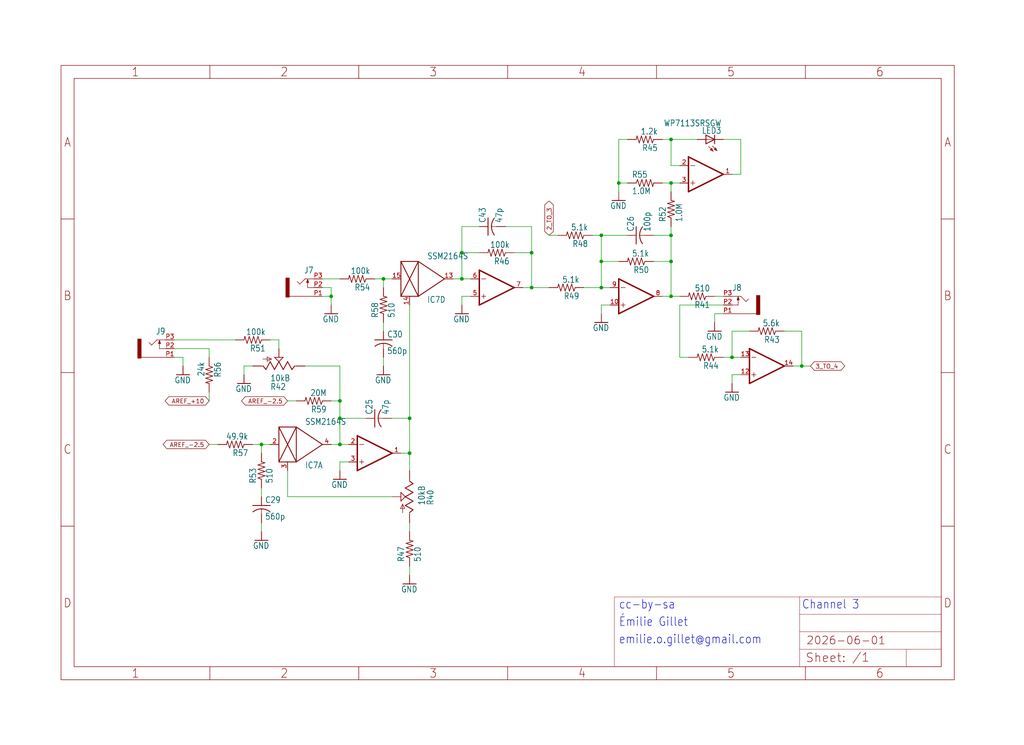
<source format=kicad_sch>
(kicad_sch (version 20230121) (generator eeschema)
  (paper "User" 298.45 217.17)
  (lib_symbols
    (symbol "veils_v40-eagle-import:A4L-LOC"
      (symbol "A4L-LOC_1_0"
        (polyline (pts (xy 0 44.7675) (xy 3.81 44.7675)))
        (polyline (pts (xy 0 89.535) (xy 3.81 89.535)))
        (polyline (pts (xy 0 134.3025) (xy 3.81 134.3025)))
        (polyline (pts (xy 3.81 3.81) (xy 3.81 175.26)))
        (polyline (pts (xy 43.3917 0) (xy 43.3917 3.81)))
        (polyline (pts (xy 43.3917 175.26) (xy 43.3917 179.07)))
        (polyline (pts (xy 86.7833 0) (xy 86.7833 3.81)))
        (polyline (pts (xy 86.7833 175.26) (xy 86.7833 179.07)))
        (polyline (pts (xy 130.175 0) (xy 130.175 3.81)))
        (polyline (pts (xy 130.175 175.26) (xy 130.175 179.07)))
        (polyline (pts (xy 161.29 3.81) (xy 161.29 24.13)) (stroke (width 0.1016)))
        (polyline (pts (xy 161.29 24.13) (xy 215.265 24.13)) (stroke (width 0.1016)))
        (polyline (pts (xy 173.5667 0) (xy 173.5667 3.81)))
        (polyline (pts (xy 173.5667 175.26) (xy 173.5667 179.07)))
        (polyline (pts (xy 215.265 8.89) (xy 215.265 3.81)) (stroke (width 0.1016)))
        (polyline (pts (xy 215.265 8.89) (xy 215.265 13.97)) (stroke (width 0.1016)))
        (polyline (pts (xy 215.265 13.97) (xy 215.265 19.05)) (stroke (width 0.1016)))
        (polyline (pts (xy 215.265 13.97) (xy 256.54 13.97)) (stroke (width 0.1016)))
        (polyline (pts (xy 215.265 19.05) (xy 215.265 24.13)) (stroke (width 0.1016)))
        (polyline (pts (xy 215.265 19.05) (xy 256.54 19.05)) (stroke (width 0.1016)))
        (polyline (pts (xy 215.265 24.13) (xy 256.54 24.13)) (stroke (width 0.1016)))
        (polyline (pts (xy 216.9583 0) (xy 216.9583 3.81)))
        (polyline (pts (xy 216.9583 175.26) (xy 216.9583 179.07)))
        (polyline (pts (xy 246.38 3.81) (xy 246.38 8.89)) (stroke (width 0.1016)))
        (polyline (pts (xy 246.38 8.89) (xy 215.265 8.89)) (stroke (width 0.1016)))
        (polyline (pts (xy 246.38 8.89) (xy 256.54 8.89)) (stroke (width 0.1016)))
        (polyline (pts (xy 256.54 3.81) (xy 3.81 3.81)))
        (polyline (pts (xy 256.54 3.81) (xy 256.54 8.89)) (stroke (width 0.1016)))
        (polyline (pts (xy 256.54 3.81) (xy 256.54 175.26)))
        (polyline (pts (xy 256.54 8.89) (xy 256.54 13.97)) (stroke (width 0.1016)))
        (polyline (pts (xy 256.54 13.97) (xy 256.54 19.05)) (stroke (width 0.1016)))
        (polyline (pts (xy 256.54 19.05) (xy 256.54 24.13)) (stroke (width 0.1016)))
        (polyline (pts (xy 256.54 44.7675) (xy 260.35 44.7675)))
        (polyline (pts (xy 256.54 89.535) (xy 260.35 89.535)))
        (polyline (pts (xy 256.54 134.3025) (xy 260.35 134.3025)))
        (polyline (pts (xy 256.54 175.26) (xy 3.81 175.26)))
        (polyline (pts (xy 0 0) (xy 260.35 0) (xy 260.35 179.07) (xy 0 179.07) (xy 0 0)))
        (text "${#}/${##}" (at 230.505 5.08 0) (effects (font (size 2.54 2.54)) (justify left bottom)))
        (text "${CURRENT_DATE}" (at 217.17 10.16 0) (effects (font (size 2.286 2.286)) (justify left bottom)))
        (text "${PROJECTNAME}" (at 217.17 15.24 0) (effects (font (size 2.54 2.54)) (justify left bottom)))
        (text "1" (at 21.6958 1.905 0) (effects (font (size 2.54 2.286))))
        (text "1" (at 21.6958 177.165 0) (effects (font (size 2.54 2.286))))
        (text "2" (at 65.0875 1.905 0) (effects (font (size 2.54 2.286))))
        (text "2" (at 65.0875 177.165 0) (effects (font (size 2.54 2.286))))
        (text "3" (at 108.4792 1.905 0) (effects (font (size 2.54 2.286))))
        (text "3" (at 108.4792 177.165 0) (effects (font (size 2.54 2.286))))
        (text "4" (at 151.8708 1.905 0) (effects (font (size 2.54 2.286))))
        (text "4" (at 151.8708 177.165 0) (effects (font (size 2.54 2.286))))
        (text "5" (at 195.2625 1.905 0) (effects (font (size 2.54 2.286))))
        (text "5" (at 195.2625 177.165 0) (effects (font (size 2.54 2.286))))
        (text "6" (at 238.6542 1.905 0) (effects (font (size 2.54 2.286))))
        (text "6" (at 238.6542 177.165 0) (effects (font (size 2.54 2.286))))
        (text "A" (at 1.905 156.6863 0) (effects (font (size 2.54 2.286))))
        (text "A" (at 258.445 156.6863 0) (effects (font (size 2.54 2.286))))
        (text "B" (at 1.905 111.9188 0) (effects (font (size 2.54 2.286))))
        (text "B" (at 258.445 111.9188 0) (effects (font (size 2.54 2.286))))
        (text "C" (at 1.905 67.1513 0) (effects (font (size 2.54 2.286))))
        (text "C" (at 258.445 67.1513 0) (effects (font (size 2.54 2.286))))
        (text "D" (at 1.905 22.3838 0) (effects (font (size 2.54 2.286))))
        (text "D" (at 258.445 22.3838 0) (effects (font (size 2.54 2.286))))
        (text "Sheet:" (at 216.916 4.953 0) (effects (font (size 2.54 2.54)) (justify left bottom)))
      )
    )
    (symbol "veils_v40-eagle-import:C-USC0402"
      (property "Reference" "C" (at 1.016 0.635 0))
      (symbol "C-USC0402_1_0"
        (arc (start 0 -1.0161) (mid -1.302 -1.2303) (end -2.4668 -1.8504) (stroke (width 0.254)))
        (polyline (pts (xy -2.54 0) (xy 2.54 0)) (stroke (width 0.254)))
        (polyline (pts (xy 0 -1.016) (xy 0 -2.54)) (stroke (width 0.1524)))
        (arc (start 2.4892 -1.8541) (mid 1.3158 -1.2194) (end 0 -1) (stroke (width 0.254)))
        (pin passive line (at 0 2.54 270) (length 2.54) (name "1") (number "1"))
        (pin passive line (at 0 -5.08 90) (length 2.54) (name "2") (number "2"))
      )
    )
    (symbol "veils_v40-eagle-import:GND" (power)
      (property "Value" "GND" (at -2.54 -2.54 0))
      (symbol "GND_1_0"
        (polyline (pts (xy -1.905 0) (xy 1.905 0)) (stroke (width 0.254)))
        (pin power_in line (at 0 2.54 270) (length 2.54) (name "GND") (number "1"))
      )
    )
    (symbol "veils_v40-eagle-import:LED5MM"
      (property "Reference" "LED" (at 3.556 -4.572 90))
      (symbol "LED5MM_1_0"
        (polyline (pts (xy -2.032 -0.762) (xy -3.429 -2.159)) (stroke (width 0.1524)))
        (polyline (pts (xy -1.905 -1.905) (xy -3.302 -3.302)) (stroke (width 0.1524)))
        (polyline (pts (xy 0 -2.54) (xy -1.27 -2.54)) (stroke (width 0.254)))
        (polyline (pts (xy 0 -2.54) (xy -1.27 0)) (stroke (width 0.254)))
        (polyline (pts (xy 0 0) (xy -1.27 0)) (stroke (width 0.254)))
        (polyline (pts (xy 0 0) (xy 0 -2.54)) (stroke (width 0.1524)))
        (polyline (pts (xy 1.27 -2.54) (xy 0 -2.54)) (stroke (width 0.254)))
        (polyline (pts (xy 1.27 0) (xy 0 -2.54)) (stroke (width 0.254)))
        (polyline (pts (xy 1.27 0) (xy 0 0)) (stroke (width 0.254)))
        (polyline (pts (xy -3.429 -2.159) (xy -3.048 -1.27) (xy -2.54 -1.778)) (stroke (width 0.1524)) (fill (type outline)))
        (polyline (pts (xy -3.302 -3.302) (xy -2.921 -2.413) (xy -2.413 -2.921)) (stroke (width 0.1524)) (fill (type outline)))
        (pin passive line (at 0 2.54 270) (length 2.54) (name "A") (number "A"))
        (pin passive line (at 0 -5.08 90) (length 2.54) (name "C") (number "K"))
      )
    )
    (symbol "veils_v40-eagle-import:PJ301_THONKICONN6"
      (property "Reference" "J" (at -2.54 4.064 0))
      (symbol "PJ301_THONKICONN6_1_0"
        (polyline (pts (xy -2.54 -2.54) (xy 4.572 -2.54)) (stroke (width 0.1524)))
        (polyline (pts (xy -2.54 0) (xy -0.762 0)) (stroke (width 0.1524)))
        (polyline (pts (xy -2.54 2.54) (xy 0 2.54)) (stroke (width 0.1524)))
        (polyline (pts (xy -1.016 1.524) (xy -0.508 1.524)) (stroke (width 0.254)))
        (polyline (pts (xy -0.762 0) (xy -0.762 2.286)) (stroke (width 0.1524)))
        (polyline (pts (xy -0.762 2.286) (xy -1.016 1.524)) (stroke (width 0.254)))
        (polyline (pts (xy -0.508 1.524) (xy -0.762 2.286)) (stroke (width 0.254)))
        (polyline (pts (xy 0 2.54) (xy 1.524 1.016)) (stroke (width 0.1524)))
        (polyline (pts (xy 1.524 1.016) (xy 2.286 1.778)) (stroke (width 0.1524)))
        (rectangle (start 4.572 2.794) (end 5.588 -2.794) (fill (type outline)))
        (pin passive line (at -5.08 -2.54 0) (length 2.54) (name "1") (number "P1"))
        (pin passive line (at -5.08 0 0) (length 2.54) (name "2") (number "P2"))
        (pin passive line (at -5.08 2.54 0) (length 2.54) (name "3") (number "P3"))
      )
    )
    (symbol "veils_v40-eagle-import:POT_USVERTICAL_PS"
      (property "Reference" "R" (at -5.08 -2.54 90))
      (symbol "POT_USVERTICAL_PS_1_0"
        (polyline (pts (xy -1.016 -3.81) (xy 1.27 -2.54)) (stroke (width 0.254)))
        (polyline (pts (xy -1.016 -1.27) (xy 1.27 0)) (stroke (width 0.254)))
        (polyline (pts (xy -1.016 1.27) (xy 1.27 2.54)) (stroke (width 0.254)))
        (polyline (pts (xy -1.016 3.81) (xy 0 4.572)) (stroke (width 0.254)))
        (polyline (pts (xy 0 -5.08) (xy 0 -4.572)) (stroke (width 0.1524)))
        (polyline (pts (xy 0 -4.572) (xy -1.016 -3.81)) (stroke (width 0.254)))
        (polyline (pts (xy 0 4.572) (xy 0 5.08)) (stroke (width 0.1524)))
        (polyline (pts (xy 1.27 -2.54) (xy -1.016 -1.27)) (stroke (width 0.254)))
        (polyline (pts (xy 1.27 0) (xy -1.016 1.27)) (stroke (width 0.254)))
        (polyline (pts (xy 1.27 0) (xy 2.54 1.27)) (stroke (width 0.2032)))
        (polyline (pts (xy 1.27 2.54) (xy -1.016 3.81)) (stroke (width 0.254)))
        (polyline (pts (xy 1.397 -3.429) (xy 2.032 -2.159)) (stroke (width 0.1524)))
        (polyline (pts (xy 2.032 -4.699) (xy 2.032 -2.159)) (stroke (width 0.1524)))
        (polyline (pts (xy 2.032 -2.159) (xy 2.667 -3.429)) (stroke (width 0.1524)))
        (polyline (pts (xy 2.54 -1.27) (xy 1.27 0)) (stroke (width 0.2032)))
        (polyline (pts (xy 2.54 1.27) (xy 2.54 -1.27)) (stroke (width 0.2032)))
        (polyline (pts (xy 2.667 -3.429) (xy 1.397 -3.429)) (stroke (width 0.1524)))
        (pin passive line (at 0 7.62 270) (length 2.54) (name "E") (number "P$1"))
        (pin passive line (at 5.08 0 180) (length 2.54) (name "S") (number "P$2"))
        (pin passive line (at 0 -7.62 90) (length 2.54) (name "A") (number "P$3"))
      )
    )
    (symbol "veils_v40-eagle-import:R-US_R0402"
      (property "Reference" "R" (at -3.81 1.4986 0))
      (symbol "R-US_R0402_1_0"
        (polyline (pts (xy -2.54 0) (xy -2.159 1.016)) (stroke (width 0.2032)))
        (polyline (pts (xy -2.159 1.016) (xy -1.524 -1.016)) (stroke (width 0.2032)))
        (polyline (pts (xy -1.524 -1.016) (xy -0.889 1.016)) (stroke (width 0.2032)))
        (polyline (pts (xy -0.889 1.016) (xy -0.254 -1.016)) (stroke (width 0.2032)))
        (polyline (pts (xy -0.254 -1.016) (xy 0.381 1.016)) (stroke (width 0.2032)))
        (polyline (pts (xy 0.381 1.016) (xy 1.016 -1.016)) (stroke (width 0.2032)))
        (polyline (pts (xy 1.016 -1.016) (xy 1.651 1.016)) (stroke (width 0.2032)))
        (polyline (pts (xy 1.651 1.016) (xy 2.286 -1.016)) (stroke (width 0.2032)))
        (polyline (pts (xy 2.286 -1.016) (xy 2.54 0)) (stroke (width 0.2032)))
        (pin passive line (at -5.08 0 0) (length 2.54) (name "1") (number "1"))
        (pin passive line (at 5.08 0 180) (length 2.54) (name "2") (number "2"))
      )
    )
    (symbol "veils_v40-eagle-import:SSM2164S"
      (property "Reference" "IC" (at 5.08 -12.7 0))
      (symbol "SSM2164S_1_0"
        (polyline (pts (xy -2.54 -5.08) (xy 2.54 -5.08)) (stroke (width 0.254)))
        (polyline (pts (xy -2.54 -5.08) (xy 2.54 5.08)) (stroke (width 0.254)))
        (polyline (pts (xy -2.54 5.08) (xy -2.54 -5.08)) (stroke (width 0.254)))
        (polyline (pts (xy -2.54 5.08) (xy 2.54 -5.08)) (stroke (width 0.254)))
        (polyline (pts (xy 2.54 -5.08) (xy 2.54 5.08)) (stroke (width 0.254)))
        (polyline (pts (xy 2.54 5.08) (xy -2.54 5.08)) (stroke (width 0.254)))
        (polyline (pts (xy 2.54 5.08) (xy 10.16 0)) (stroke (width 0.254)))
        (polyline (pts (xy 10.16 0) (xy 2.54 -5.08)) (stroke (width 0.254)))
        (pin input line (at -5.08 0 0) (length 2.54) (name "IN") (number "2"))
        (pin input line (at 0 7.62 270) (length 2.54) (name "CTRL") (number "3"))
        (pin output line (at 12.7 0 180) (length 2.54) (name "OUT") (number "4"))
      )
      (symbol "SSM2164S_2_0"
        (polyline (pts (xy -2.54 -5.08) (xy 2.54 -5.08)) (stroke (width 0.254)))
        (polyline (pts (xy -2.54 -5.08) (xy 2.54 5.08)) (stroke (width 0.254)))
        (polyline (pts (xy -2.54 5.08) (xy -2.54 -5.08)) (stroke (width 0.254)))
        (polyline (pts (xy -2.54 5.08) (xy 2.54 -5.08)) (stroke (width 0.254)))
        (polyline (pts (xy 2.54 -5.08) (xy 2.54 5.08)) (stroke (width 0.254)))
        (polyline (pts (xy 2.54 5.08) (xy -2.54 5.08)) (stroke (width 0.254)))
        (polyline (pts (xy 2.54 5.08) (xy 10.16 0)) (stroke (width 0.254)))
        (polyline (pts (xy 10.16 0) (xy 2.54 -5.08)) (stroke (width 0.254)))
        (pin output line (at 12.7 0 180) (length 2.54) (name "OUT") (number "5"))
        (pin input line (at 0 7.62 270) (length 2.54) (name "CTRL") (number "6"))
        (pin input line (at -5.08 0 0) (length 2.54) (name "IN") (number "7"))
      )
      (symbol "SSM2164S_3_0"
        (polyline (pts (xy -2.54 -5.08) (xy 2.54 -5.08)) (stroke (width 0.254)))
        (polyline (pts (xy -2.54 -5.08) (xy 2.54 5.08)) (stroke (width 0.254)))
        (polyline (pts (xy -2.54 5.08) (xy -2.54 -5.08)) (stroke (width 0.254)))
        (polyline (pts (xy -2.54 5.08) (xy 2.54 -5.08)) (stroke (width 0.254)))
        (polyline (pts (xy 2.54 -5.08) (xy 2.54 5.08)) (stroke (width 0.254)))
        (polyline (pts (xy 2.54 5.08) (xy -2.54 5.08)) (stroke (width 0.254)))
        (polyline (pts (xy 2.54 5.08) (xy 10.16 0)) (stroke (width 0.254)))
        (polyline (pts (xy 10.16 0) (xy 2.54 -5.08)) (stroke (width 0.254)))
        (pin input line (at -5.08 0 0) (length 2.54) (name "IN") (number "10"))
        (pin input line (at 0 7.62 270) (length 2.54) (name "CTRL") (number "11"))
        (pin output line (at 12.7 0 180) (length 2.54) (name "OUT") (number "12"))
      )
      (symbol "SSM2164S_4_0"
        (polyline (pts (xy -2.54 -5.08) (xy 2.54 -5.08)) (stroke (width 0.254)))
        (polyline (pts (xy -2.54 -5.08) (xy 2.54 5.08)) (stroke (width 0.254)))
        (polyline (pts (xy -2.54 5.08) (xy -2.54 -5.08)) (stroke (width 0.254)))
        (polyline (pts (xy -2.54 5.08) (xy 2.54 -5.08)) (stroke (width 0.254)))
        (polyline (pts (xy 2.54 -5.08) (xy 2.54 5.08)) (stroke (width 0.254)))
        (polyline (pts (xy 2.54 5.08) (xy -2.54 5.08)) (stroke (width 0.254)))
        (polyline (pts (xy 2.54 5.08) (xy 10.16 0)) (stroke (width 0.254)))
        (polyline (pts (xy 10.16 0) (xy 2.54 -5.08)) (stroke (width 0.254)))
        (pin output line (at 12.7 0 180) (length 2.54) (name "OUT") (number "13"))
        (pin input line (at 0 7.62 270) (length 2.54) (name "CTRL") (number "14"))
        (pin input line (at -5.08 0 0) (length 2.54) (name "IN") (number "15"))
      )
      (symbol "SSM2164S_5_0"
        (polyline (pts (xy -5.08 -10.16) (xy -5.08 5.08)) (stroke (width 0.254)))
        (polyline (pts (xy -5.08 5.08) (xy 5.08 5.08)) (stroke (width 0.254)))
        (polyline (pts (xy 5.08 -10.16) (xy -5.08 -10.16)) (stroke (width 0.254)))
        (polyline (pts (xy 5.08 5.08) (xy 5.08 -10.16)) (stroke (width 0.254)))
        (text "GND" (at -1.016 -5.842 0) (effects (font (size 1.778 1.5113)) (justify left bottom)))
        (text "MODE" (at -3.048 -1.016 0) (effects (font (size 1.778 1.5113)) (justify left bottom)))
        (text "V+" (at -1.524 2.54 0) (effects (font (size 1.778 1.5113)) (justify left bottom)))
        (text "V-" (at -1.524 -9.652 0) (effects (font (size 1.778 1.5113)) (justify left bottom)))
        (pin input line (at 7.62 0 180) (length 2.54) (name "MODE") (number "1"))
        (pin power_in line (at 0 7.62 270) (length 2.54) (name "V+") (number "16"))
        (pin power_in line (at 7.62 -5.08 180) (length 2.54) (name "GND") (number "8"))
        (pin power_in line (at 0 -12.7 90) (length 2.54) (name "V-") (number "9"))
      )
    )
    (symbol "veils_v40-eagle-import:TL072PW"
      (symbol "TL072PW_1_0"
        (polyline (pts (xy -5.08 -5.08) (xy 5.08 0)) (stroke (width 0.4064)))
        (polyline (pts (xy -5.08 5.08) (xy -5.08 -5.08)) (stroke (width 0.4064)))
        (polyline (pts (xy -4.445 -2.54) (xy -3.175 -2.54)) (stroke (width 0.1524)))
        (polyline (pts (xy -4.445 2.54) (xy -3.175 2.54)) (stroke (width 0.1524)))
        (polyline (pts (xy -3.81 3.175) (xy -3.81 1.905)) (stroke (width 0.1524)))
        (polyline (pts (xy 5.08 0) (xy -5.08 5.08)) (stroke (width 0.4064)))
        (pin output line (at 7.62 0 180) (length 2.54) (name "OUT") (number "1"))
        (pin input line (at -7.62 -2.54 0) (length 2.54) (name "-IN") (number "2"))
        (pin input line (at -7.62 2.54 0) (length 2.54) (name "+IN") (number "3"))
      )
      (symbol "TL072PW_2_0"
        (polyline (pts (xy -5.08 -5.08) (xy 5.08 0)) (stroke (width 0.4064)))
        (polyline (pts (xy -5.08 5.08) (xy -5.08 -5.08)) (stroke (width 0.4064)))
        (polyline (pts (xy -4.445 -2.54) (xy -3.175 -2.54)) (stroke (width 0.1524)))
        (polyline (pts (xy -4.445 2.54) (xy -3.175 2.54)) (stroke (width 0.1524)))
        (polyline (pts (xy -3.81 3.175) (xy -3.81 1.905)) (stroke (width 0.1524)))
        (polyline (pts (xy 5.08 0) (xy -5.08 5.08)) (stroke (width 0.4064)))
        (pin input line (at -7.62 2.54 0) (length 2.54) (name "+IN") (number "5"))
        (pin input line (at -7.62 -2.54 0) (length 2.54) (name "-IN") (number "6"))
        (pin output line (at 7.62 0 180) (length 2.54) (name "OUT") (number "7"))
      )
      (symbol "TL072PW_3_0"
        (text "V+" (at 1.27 3.175 900) (effects (font (size 0.8128 0.6908)) (justify left bottom)))
        (text "V-" (at 1.27 -4.445 900) (effects (font (size 0.8128 0.6908)) (justify left bottom)))
        (pin power_in line (at 0 -7.62 90) (length 5.08) (name "V-") (number "4"))
        (pin power_in line (at 0 7.62 270) (length 5.08) (name "V+") (number "8"))
      )
    )
    (symbol "veils_v40-eagle-import:TL074PW"
      (symbol "TL074PW_1_0"
        (polyline (pts (xy -5.08 -5.08) (xy 5.08 0)) (stroke (width 0.4064)))
        (polyline (pts (xy -5.08 5.08) (xy -5.08 -5.08)) (stroke (width 0.4064)))
        (polyline (pts (xy -4.445 -2.54) (xy -3.175 -2.54)) (stroke (width 0.1524)))
        (polyline (pts (xy -4.445 2.54) (xy -3.175 2.54)) (stroke (width 0.1524)))
        (polyline (pts (xy -3.81 3.175) (xy -3.81 1.905)) (stroke (width 0.1524)))
        (polyline (pts (xy 5.08 0) (xy -5.08 5.08)) (stroke (width 0.4064)))
        (pin output line (at 7.62 0 180) (length 2.54) (name "OUT") (number "1"))
        (pin input line (at -7.62 -2.54 0) (length 2.54) (name "-IN") (number "2"))
        (pin input line (at -7.62 2.54 0) (length 2.54) (name "+IN") (number "3"))
      )
      (symbol "TL074PW_2_0"
        (polyline (pts (xy -5.08 -5.08) (xy 5.08 0)) (stroke (width 0.4064)))
        (polyline (pts (xy -5.08 5.08) (xy -5.08 -5.08)) (stroke (width 0.4064)))
        (polyline (pts (xy -4.445 -2.54) (xy -3.175 -2.54)) (stroke (width 0.1524)))
        (polyline (pts (xy -4.445 2.54) (xy -3.175 2.54)) (stroke (width 0.1524)))
        (polyline (pts (xy -3.81 3.175) (xy -3.81 1.905)) (stroke (width 0.1524)))
        (polyline (pts (xy 5.08 0) (xy -5.08 5.08)) (stroke (width 0.4064)))
        (pin input line (at -7.62 2.54 0) (length 2.54) (name "+IN") (number "5"))
        (pin input line (at -7.62 -2.54 0) (length 2.54) (name "-IN") (number "6"))
        (pin output line (at 7.62 0 180) (length 2.54) (name "OUT") (number "7"))
      )
      (symbol "TL074PW_3_0"
        (polyline (pts (xy -5.08 -5.08) (xy 5.08 0)) (stroke (width 0.4064)))
        (polyline (pts (xy -5.08 5.08) (xy -5.08 -5.08)) (stroke (width 0.4064)))
        (polyline (pts (xy -4.445 -2.54) (xy -3.175 -2.54)) (stroke (width 0.1524)))
        (polyline (pts (xy -4.445 2.54) (xy -3.175 2.54)) (stroke (width 0.1524)))
        (polyline (pts (xy -3.81 3.175) (xy -3.81 1.905)) (stroke (width 0.1524)))
        (polyline (pts (xy 5.08 0) (xy -5.08 5.08)) (stroke (width 0.4064)))
        (pin input line (at -7.62 2.54 0) (length 2.54) (name "+IN") (number "10"))
        (pin output line (at 7.62 0 180) (length 2.54) (name "OUT") (number "8"))
        (pin input line (at -7.62 -2.54 0) (length 2.54) (name "-IN") (number "9"))
      )
      (symbol "TL074PW_4_0"
        (polyline (pts (xy -5.08 -5.08) (xy 5.08 0)) (stroke (width 0.4064)))
        (polyline (pts (xy -5.08 5.08) (xy -5.08 -5.08)) (stroke (width 0.4064)))
        (polyline (pts (xy -4.445 -2.54) (xy -3.175 -2.54)) (stroke (width 0.1524)))
        (polyline (pts (xy -4.445 2.54) (xy -3.175 2.54)) (stroke (width 0.1524)))
        (polyline (pts (xy -3.81 3.175) (xy -3.81 1.905)) (stroke (width 0.1524)))
        (polyline (pts (xy 5.08 0) (xy -5.08 5.08)) (stroke (width 0.4064)))
        (pin input line (at -7.62 2.54 0) (length 2.54) (name "+IN") (number "12"))
        (pin input line (at -7.62 -2.54 0) (length 2.54) (name "-IN") (number "13"))
        (pin output line (at 7.62 0 180) (length 2.54) (name "OUT") (number "14"))
      )
      (symbol "TL074PW_5_0"
        (text "V+" (at 1.27 3.175 900) (effects (font (size 0.8128 0.6908)) (justify left bottom)))
        (text "V-" (at 1.27 -4.445 900) (effects (font (size 0.8128 0.6908)) (justify left bottom)))
        (pin power_in line (at 0 -7.62 90) (length 5.08) (name "V-") (number "11"))
        (pin power_in line (at 0 7.62 270) (length 5.08) (name "V+") (number "4"))
      )
    )
    (symbol "veils_v40-eagle-import:og-pots_POT_USVERTICAL"
      (property "Reference" "R" (at -5.08 -2.54 90))
      (symbol "og-pots_POT_USVERTICAL_1_0"
        (polyline (pts (xy -1.016 -3.81) (xy 1.27 -2.54)) (stroke (width 0.254)))
        (polyline (pts (xy -1.016 -1.27) (xy 1.27 0)) (stroke (width 0.254)))
        (polyline (pts (xy -1.016 1.27) (xy 1.27 2.54)) (stroke (width 0.254)))
        (polyline (pts (xy -1.016 3.81) (xy 0 4.572)) (stroke (width 0.254)))
        (polyline (pts (xy 0 -5.08) (xy 0 -4.572)) (stroke (width 0.1524)))
        (polyline (pts (xy 0 -4.572) (xy -1.016 -3.81)) (stroke (width 0.254)))
        (polyline (pts (xy 0 4.572) (xy 0 5.08)) (stroke (width 0.1524)))
        (polyline (pts (xy 1.27 -2.54) (xy -1.016 -1.27)) (stroke (width 0.254)))
        (polyline (pts (xy 1.27 0) (xy -1.016 1.27)) (stroke (width 0.254)))
        (polyline (pts (xy 1.27 0) (xy 2.54 1.27)) (stroke (width 0.2032)))
        (polyline (pts (xy 1.27 2.54) (xy -1.016 3.81)) (stroke (width 0.254)))
        (polyline (pts (xy 1.397 -3.429) (xy 2.032 -2.159)) (stroke (width 0.1524)))
        (polyline (pts (xy 2.032 -4.699) (xy 2.032 -2.159)) (stroke (width 0.1524)))
        (polyline (pts (xy 2.032 -2.159) (xy 2.667 -3.429)) (stroke (width 0.1524)))
        (polyline (pts (xy 2.54 -1.27) (xy 1.27 0)) (stroke (width 0.2032)))
        (polyline (pts (xy 2.54 1.27) (xy 2.54 -1.27)) (stroke (width 0.2032)))
        (polyline (pts (xy 2.667 -3.429) (xy 1.397 -3.429)) (stroke (width 0.1524)))
        (pin passive line (at 0 7.62 270) (length 2.54) (name "E") (number "P$1"))
        (pin passive line (at 5.08 0 180) (length 2.54) (name "S") (number "P$2"))
        (pin passive line (at 0 -7.62 90) (length 2.54) (name "A") (number "P$3"))
      )
    )
  )
  (junction (at 154.94 73.66))
  (junction (at 195.58 53.34))
  (junction (at 195.58 68.58))
  (junction (at 233.68 106.68))
  (junction (at 195.58 76.2))
  (junction (at 99.06 116.84))
  (junction (at 99.06 121.92))
  (junction (at 213.36 104.14))
  (junction (at 180.34 53.34))
  (junction (at 76.2 129.54))
  (junction (at 96.52 86.36))
  (junction (at 111.76 81.28))
  (junction (at 119.38 132.08))
  (junction (at 154.94 83.82))
  (junction (at 175.26 76.2))
  (junction (at 175.26 68.58))
  (junction (at 175.26 83.82))
  (junction (at 134.62 81.28))
  (junction (at 99.06 129.54))
  (junction (at 119.38 121.92))
  (junction (at 195.58 40.64))
  (junction (at 134.62 73.66))
  (junction (at 195.58 86.36))
  (wire (pts (xy 182.88 40.64) (xy 180.34 40.64)) (stroke (width 0.1524)))
  (wire (pts (xy 63.5 129.54) (xy 60.96 129.54)) (stroke (width 0.1524)))
  (wire (pts (xy 170.18 83.82) (xy 175.26 83.82)) (stroke (width 0.1524)))
  (wire (pts (xy 177.8 88.9) (xy 175.26 88.9)) (stroke (width 0.1524)))
  (wire (pts (xy 76.2 152.4) (xy 76.2 154.94)) (stroke (width 0.1524)))
  (wire (pts (xy 195.58 53.34) (xy 198.12 53.34)) (stroke (width 0.1524)))
  (wire (pts (xy 195.58 86.36) (xy 193.04 86.36)) (stroke (width 0.1524)))
  (wire (pts (xy 73.66 129.54) (xy 76.2 129.54)) (stroke (width 0.1524)))
  (wire (pts (xy 132.08 81.28) (xy 134.62 81.28)) (stroke (width 0.1524)))
  (wire (pts (xy 154.94 73.66) (xy 154.94 66.04)) (stroke (width 0.1524)))
  (wire (pts (xy 50.8 104.14) (xy 53.34 104.14)) (stroke (width 0.1524)))
  (wire (pts (xy 175.26 76.2) (xy 175.26 68.58)) (stroke (width 0.1524)))
  (wire (pts (xy 93.98 81.28) (xy 99.06 81.28)) (stroke (width 0.1524)))
  (wire (pts (xy 162.56 68.58) (xy 160.02 68.58)) (stroke (width 0.1524)))
  (wire (pts (xy 88.9 106.68) (xy 99.06 106.68)) (stroke (width 0.1524)))
  (wire (pts (xy 180.34 40.64) (xy 180.34 53.34)) (stroke (width 0.1524)))
  (wire (pts (xy 134.62 86.36) (xy 137.16 86.36)) (stroke (width 0.1524)))
  (wire (pts (xy 76.2 129.54) (xy 78.74 129.54)) (stroke (width 0.1524)))
  (wire (pts (xy 215.9 104.14) (xy 213.36 104.14)) (stroke (width 0.1524)))
  (wire (pts (xy 233.68 106.68) (xy 231.14 106.68)) (stroke (width 0.1524)))
  (wire (pts (xy 203.2 40.64) (xy 195.58 40.64)) (stroke (width 0.1524)))
  (wire (pts (xy 83.82 144.78) (xy 114.3 144.78)) (stroke (width 0.1524)))
  (wire (pts (xy 119.38 137.16) (xy 119.38 132.08)) (stroke (width 0.1524)))
  (wire (pts (xy 99.06 134.62) (xy 99.06 137.16)) (stroke (width 0.1524)))
  (wire (pts (xy 198.12 48.26) (xy 195.58 48.26)) (stroke (width 0.1524)))
  (wire (pts (xy 208.28 86.36) (xy 210.82 86.36)) (stroke (width 0.1524)))
  (wire (pts (xy 134.62 81.28) (xy 137.16 81.28)) (stroke (width 0.1524)))
  (wire (pts (xy 210.82 91.44) (xy 208.28 91.44)) (stroke (width 0.1524)))
  (wire (pts (xy 228.6 96.52) (xy 233.68 96.52)) (stroke (width 0.1524)))
  (wire (pts (xy 193.04 53.34) (xy 195.58 53.34)) (stroke (width 0.1524)))
  (wire (pts (xy 76.2 144.78) (xy 76.2 142.24)) (stroke (width 0.1524)))
  (wire (pts (xy 99.06 106.68) (xy 99.06 116.84)) (stroke (width 0.1524)))
  (wire (pts (xy 134.62 73.66) (xy 134.62 81.28)) (stroke (width 0.1524)))
  (wire (pts (xy 180.34 76.2) (xy 175.26 76.2)) (stroke (width 0.1524)))
  (wire (pts (xy 50.8 101.6) (xy 60.96 101.6)) (stroke (width 0.1524)))
  (wire (pts (xy 99.06 129.54) (xy 101.6 129.54)) (stroke (width 0.1524)))
  (wire (pts (xy 96.52 129.54) (xy 99.06 129.54)) (stroke (width 0.1524)))
  (wire (pts (xy 175.26 83.82) (xy 177.8 83.82)) (stroke (width 0.1524)))
  (wire (pts (xy 96.52 86.36) (xy 96.52 88.9)) (stroke (width 0.1524)))
  (wire (pts (xy 180.34 53.34) (xy 180.34 55.88)) (stroke (width 0.1524)))
  (wire (pts (xy 233.68 106.68) (xy 236.22 106.68)) (stroke (width 0.1524)))
  (wire (pts (xy 119.38 121.92) (xy 119.38 88.9)) (stroke (width 0.1524)))
  (wire (pts (xy 111.76 81.28) (xy 111.76 83.82)) (stroke (width 0.1524)))
  (wire (pts (xy 106.68 121.92) (xy 99.06 121.92)) (stroke (width 0.1524)))
  (wire (pts (xy 195.58 86.36) (xy 195.58 76.2)) (stroke (width 0.1524)))
  (wire (pts (xy 53.34 104.14) (xy 53.34 106.68)) (stroke (width 0.1524)))
  (wire (pts (xy 213.36 104.14) (xy 210.82 104.14)) (stroke (width 0.1524)))
  (wire (pts (xy 213.36 50.8) (xy 215.9 50.8)) (stroke (width 0.1524)))
  (wire (pts (xy 73.66 106.68) (xy 71.12 106.68)) (stroke (width 0.1524)))
  (wire (pts (xy 213.36 96.52) (xy 213.36 104.14)) (stroke (width 0.1524)))
  (wire (pts (xy 147.32 66.04) (xy 154.94 66.04)) (stroke (width 0.1524)))
  (wire (pts (xy 119.38 132.08) (xy 116.84 132.08)) (stroke (width 0.1524)))
  (wire (pts (xy 76.2 129.54) (xy 76.2 132.08)) (stroke (width 0.1524)))
  (wire (pts (xy 111.76 104.14) (xy 111.76 106.68)) (stroke (width 0.1524)))
  (wire (pts (xy 149.86 73.66) (xy 154.94 73.66)) (stroke (width 0.1524)))
  (wire (pts (xy 193.04 40.64) (xy 195.58 40.64)) (stroke (width 0.1524)))
  (wire (pts (xy 119.38 121.92) (xy 119.38 132.08)) (stroke (width 0.1524)))
  (wire (pts (xy 99.06 129.54) (xy 99.06 121.92)) (stroke (width 0.1524)))
  (wire (pts (xy 99.06 116.84) (xy 99.06 121.92)) (stroke (width 0.1524)))
  (wire (pts (xy 101.6 134.62) (xy 99.06 134.62)) (stroke (width 0.1524)))
  (wire (pts (xy 175.26 88.9) (xy 175.26 91.44)) (stroke (width 0.1524)))
  (wire (pts (xy 81.28 99.06) (xy 81.28 101.6)) (stroke (width 0.1524)))
  (wire (pts (xy 215.9 50.8) (xy 215.9 40.64)) (stroke (width 0.1524)))
  (wire (pts (xy 182.88 53.34) (xy 180.34 53.34)) (stroke (width 0.1524)))
  (wire (pts (xy 119.38 165.1) (xy 119.38 167.64)) (stroke (width 0.1524)))
  (wire (pts (xy 86.36 116.84) (xy 83.82 116.84)) (stroke (width 0.1524)))
  (wire (pts (xy 96.52 83.82) (xy 96.52 86.36)) (stroke (width 0.1524)))
  (wire (pts (xy 60.96 101.6) (xy 60.96 104.14)) (stroke (width 0.1524)))
  (wire (pts (xy 195.58 53.34) (xy 195.58 55.88)) (stroke (width 0.1524)))
  (wire (pts (xy 50.8 99.06) (xy 68.58 99.06)) (stroke (width 0.1524)))
  (wire (pts (xy 152.4 83.82) (xy 154.94 83.82)) (stroke (width 0.1524)))
  (wire (pts (xy 195.58 76.2) (xy 195.58 68.58)) (stroke (width 0.1524)))
  (wire (pts (xy 109.22 81.28) (xy 111.76 81.28)) (stroke (width 0.1524)))
  (wire (pts (xy 218.44 96.52) (xy 213.36 96.52)) (stroke (width 0.1524)))
  (wire (pts (xy 93.98 86.36) (xy 96.52 86.36)) (stroke (width 0.1524)))
  (wire (pts (xy 215.9 109.22) (xy 213.36 109.22)) (stroke (width 0.1524)))
  (wire (pts (xy 208.28 91.44) (xy 208.28 93.98)) (stroke (width 0.1524)))
  (wire (pts (xy 114.3 121.92) (xy 119.38 121.92)) (stroke (width 0.1524)))
  (wire (pts (xy 175.26 83.82) (xy 175.26 76.2)) (stroke (width 0.1524)))
  (wire (pts (xy 198.12 86.36) (xy 195.58 86.36)) (stroke (width 0.1524)))
  (wire (pts (xy 195.58 66.04) (xy 195.58 68.58)) (stroke (width 0.1524)))
  (wire (pts (xy 139.7 73.66) (xy 134.62 73.66)) (stroke (width 0.1524)))
  (wire (pts (xy 215.9 40.64) (xy 210.82 40.64)) (stroke (width 0.1524)))
  (wire (pts (xy 198.12 104.14) (xy 198.12 88.9)) (stroke (width 0.1524)))
  (wire (pts (xy 111.76 96.52) (xy 111.76 93.98)) (stroke (width 0.1524)))
  (wire (pts (xy 198.12 88.9) (xy 210.82 88.9)) (stroke (width 0.1524)))
  (wire (pts (xy 154.94 83.82) (xy 154.94 73.66)) (stroke (width 0.1524)))
  (wire (pts (xy 134.62 86.36) (xy 134.62 88.9)) (stroke (width 0.1524)))
  (wire (pts (xy 233.68 96.52) (xy 233.68 106.68)) (stroke (width 0.1524)))
  (wire (pts (xy 200.66 104.14) (xy 198.12 104.14)) (stroke (width 0.1524)))
  (wire (pts (xy 78.74 99.06) (xy 81.28 99.06)) (stroke (width 0.1524)))
  (wire (pts (xy 190.5 68.58) (xy 195.58 68.58)) (stroke (width 0.1524)))
  (wire (pts (xy 93.98 83.82) (xy 96.52 83.82)) (stroke (width 0.1524)))
  (wire (pts (xy 71.12 106.68) (xy 71.12 109.22)) (stroke (width 0.1524)))
  (wire (pts (xy 195.58 40.64) (xy 195.58 48.26)) (stroke (width 0.1524)))
  (wire (pts (xy 190.5 76.2) (xy 195.58 76.2)) (stroke (width 0.1524)))
  (wire (pts (xy 83.82 137.16) (xy 83.82 144.78)) (stroke (width 0.1524)))
  (wire (pts (xy 175.26 68.58) (xy 182.88 68.58)) (stroke (width 0.1524)))
  (wire (pts (xy 134.62 66.04) (xy 134.62 73.66)) (stroke (width 0.1524)))
  (wire (pts (xy 213.36 109.22) (xy 213.36 111.76)) (stroke (width 0.1524)))
  (wire (pts (xy 119.38 154.94) (xy 119.38 152.4)) (stroke (width 0.1524)))
  (wire (pts (xy 96.52 116.84) (xy 99.06 116.84)) (stroke (width 0.1524)))
  (wire (pts (xy 60.96 114.3) (xy 60.96 116.84)) (stroke (width 0.1524)))
  (wire (pts (xy 139.7 66.04) (xy 134.62 66.04)) (stroke (width 0.1524)))
  (wire (pts (xy 111.76 81.28) (xy 114.3 81.28)) (stroke (width 0.1524)))
  (wire (pts (xy 172.72 68.58) (xy 175.26 68.58)) (stroke (width 0.1524)))
  (wire (pts (xy 154.94 83.82) (xy 160.02 83.82)) (stroke (width 0.1524)))
  (text "Émilie Gillet" (at 180.34 182.88 0) (effects (font (size 2.54 2.159)) (justify left bottom)))
  (text "Channel 3" (at 233.68 177.8 0) (effects (font (size 2.54 2.159)) (justify left bottom)))
  (text "cc-by-sa" (at 180.34 177.8 0) (effects (font (size 2.54 2.159)) (justify left bottom)))
  (text "emilie.o.gillet@gmail.com" (at 180.34 187.96 0) (effects (font (size 2.54 2.159)) (justify left bottom)))
  (global_label "AREF_-2.5" (shape bidirectional) (at 83.82 116.84 180) (effects (font (size 1.2446 1.2446))) (property "Intersheetrefs" "${INTERSHEET_REFS}" (effects hide)))
  (global_label "3_TO_4" (shape bidirectional) (at 236.22 106.68 0) (effects (font (size 1.2446 1.2446))) (property "Intersheetrefs" "${INTERSHEET_REFS}" (effects hide)))
  (global_label "2_TO_3" (shape bidirectional) (at 160.02 68.58 90) (effects (font (size 1.2446 1.2446))) (property "Intersheetrefs" "${INTERSHEET_REFS}" (effects hide)))
  (global_label "AREF_-2.5" (shape bidirectional) (at 60.96 129.54 180) (effects (font (size 1.2446 1.2446))) (property "Intersheetrefs" "${INTERSHEET_REFS}" (effects hide)))
  (global_label "AREF_+10" (shape bidirectional) (at 60.96 116.84 180) (effects (font (size 1.2446 1.2446))) (property "Intersheetrefs" "${INTERSHEET_REFS}" (effects hide)))
  (symbol (lib_id "veils_v40-eagle-import:R-US_R0402") (at 167.64 68.58 180) (unit 1)
    (property "Reference" "R48" (at 171.45 70.0786 0) (effects (font (size 1.778 1.5113)) (justify left bottom)))
    (property "Value" "5.1k" (at 171.45 65.278 0) (effects (font (size 1.778 1.5113)) (justify left bottom)))
    (property "Footprint" "veils_v40:R0402" (effects hide))
  )
  (symbol (lib_id "veils_v40-eagle-import:R-US_R0402") (at 111.76 88.9 90) (unit 1)
    (property "Reference" "R58" (at 110.2614 92.71 0) (effects (font (size 1.778 1.5113)) (justify left bottom)))
    (property "Value" "510" (at 115.062 92.71 0) (effects (font (size 1.778 1.5113)) (justify left bottom)))
    (property "Footprint" "veils_v40:R0402" (effects hide))
  )
  (symbol (lib_id "veils_v40-eagle-import:TL072PW") (at 205.74 50.8 0) (mirror x) (unit 1)
    (property "Reference" "IC6" (effects hide))
    (property "Value" "TL072PW" (effects hide))
    (property "Footprint" "veils_v40:TSSOP8" (effects hide))
  )
  (symbol (lib_id "veils_v40-eagle-import:R-US_R0402") (at 187.96 53.34 0) (unit 1)
    (property "Reference" "R55" (at 184.15 51.8414 0) (effects (font (size 1.778 1.5113)) (justify left bottom)))
    (property "Value" "1.0M" (at 184.15 56.642 0) (effects (font (size 1.778 1.5113)) (justify left bottom)))
    (property "Footprint" "veils_v40:R0402" (effects hide))
  )
  (symbol (lib_id "veils_v40-eagle-import:TL074PW") (at 144.78 83.82 0) (mirror x) (unit 2)
    (property "Reference" "IC5" (effects hide))
    (property "Value" "TL074PW" (effects hide))
    (property "Footprint" "veils_v40:TSSOP14" (effects hide))
  )
  (symbol (lib_id "veils_v40-eagle-import:R-US_R0402") (at 203.2 86.36 180) (unit 1)
    (property "Reference" "R41" (at 207.01 87.8586 0) (effects (font (size 1.778 1.5113)) (justify left bottom)))
    (property "Value" "510" (at 207.01 83.058 0) (effects (font (size 1.778 1.5113)) (justify left bottom)))
    (property "Footprint" "veils_v40:R0402" (effects hide))
  )
  (symbol (lib_id "veils_v40-eagle-import:GND") (at 99.06 139.7 0) (unit 1)
    (property "Reference" "#GND44" (effects hide))
    (property "Value" "GND" (at 96.52 142.24 0) (effects (font (size 1.778 1.5113)) (justify left bottom)))
  )
  (symbol (lib_id "veils_v40-eagle-import:GND") (at 53.34 109.22 0) (unit 1)
    (property "Reference" "#GND35" (effects hide))
    (property "Value" "GND" (at 50.8 111.76 0) (effects (font (size 1.778 1.5113)) (justify left bottom)))
  )
  (symbol (lib_id "veils_v40-eagle-import:GND") (at 119.38 170.18 0) (unit 1)
    (property "Reference" "#GND7" (effects hide))
    (property "Value" "GND" (at 116.84 172.72 0) (effects (font (size 1.778 1.5113)) (justify left bottom)))
  )
  (symbol (lib_id "veils_v40-eagle-import:GND") (at 76.2 157.48 0) (unit 1)
    (property "Reference" "#GND43" (effects hide))
    (property "Value" "GND" (at 73.66 160.02 0) (effects (font (size 1.778 1.5113)) (justify left bottom)))
  )
  (symbol (lib_id "veils_v40-eagle-import:A4L-LOC") (at 17.78 198.12 0) (unit 1)
    (property "Reference" "#FRAME4" (effects hide))
    (property "Value" "A4L-LOC" (effects hide))
  )
  (symbol (lib_id "veils_v40-eagle-import:GND") (at 208.28 96.52 0) (unit 1)
    (property "Reference" "#GND31" (effects hide))
    (property "Value" "GND" (at 205.74 99.06 0) (effects (font (size 1.778 1.5113)) (justify left bottom)))
  )
  (symbol (lib_id "veils_v40-eagle-import:SSM2164S") (at 119.38 81.28 0) (mirror x) (unit 4)
    (property "Reference" "IC7" (at 124.46 86.36 0) (effects (font (size 1.778 1.5113)) (justify left bottom)))
    (property "Value" "SSM2164S" (at 124.46 73.66 0) (effects (font (size 1.778 1.5113)) (justify left bottom)))
    (property "Footprint" "veils_v40:SOIC16N" (effects hide))
  )
  (symbol (lib_id "veils_v40-eagle-import:R-US_R0402") (at 165.1 83.82 180) (unit 1)
    (property "Reference" "R49" (at 168.91 85.3186 0) (effects (font (size 1.778 1.5113)) (justify left bottom)))
    (property "Value" "5.1k" (at 168.91 80.518 0) (effects (font (size 1.778 1.5113)) (justify left bottom)))
    (property "Footprint" "veils_v40:R0402" (effects hide))
  )
  (symbol (lib_id "veils_v40-eagle-import:TL074PW") (at 185.42 86.36 0) (mirror x) (unit 3)
    (property "Reference" "IC5" (effects hide))
    (property "Value" "TL074PW" (effects hide))
    (property "Footprint" "veils_v40:TSSOP14" (effects hide))
  )
  (symbol (lib_id "veils_v40-eagle-import:GND") (at 111.76 109.22 0) (unit 1)
    (property "Reference" "#GND32" (effects hide))
    (property "Value" "GND" (at 109.22 111.76 0) (effects (font (size 1.778 1.5113)) (justify left bottom)))
  )
  (symbol (lib_id "veils_v40-eagle-import:SSM2164S") (at 83.82 129.54 0) (mirror x) (unit 1)
    (property "Reference" "IC7" (at 88.9 134.62 0) (effects (font (size 1.778 1.5113)) (justify left bottom)))
    (property "Value" "SSM2164S" (at 88.9 121.92 0) (effects (font (size 1.778 1.5113)) (justify left bottom)))
    (property "Footprint" "veils_v40:SOIC16N" (effects hide))
  )
  (symbol (lib_id "veils_v40-eagle-import:og-pots_POT_USVERTICAL") (at 119.38 144.78 0) (mirror y) (unit 1)
    (property "Reference" "R40" (at 124.46 147.32 90) (effects (font (size 1.778 1.5113)) (justify left bottom)))
    (property "Value" "10kB" (at 121.92 147.32 90) (effects (font (size 1.778 1.5113)) (justify left bottom)))
    (property "Footprint" "veils_v40:ALPS_POT_VERTICAL" (effects hide))
  )
  (symbol (lib_id "veils_v40-eagle-import:R-US_R0402") (at 195.58 60.96 90) (unit 1)
    (property "Reference" "R52" (at 194.0814 64.77 0) (effects (font (size 1.778 1.5113)) (justify left bottom)))
    (property "Value" "1.0M" (at 198.882 64.77 0) (effects (font (size 1.778 1.5113)) (justify left bottom)))
    (property "Footprint" "veils_v40:R0402" (effects hide))
  )
  (symbol (lib_id "veils_v40-eagle-import:PJ301_THONKICONN6") (at 88.9 83.82 0) (mirror y) (unit 1)
    (property "Reference" "J7" (at 91.44 79.756 0) (effects (font (size 1.778 1.5113)) (justify left bottom)))
    (property "Value" "PJ301_THONKICONN6" (effects hide))
    (property "Footprint" "veils_v40:WQP_PJ_301M6" (effects hide))
  )
  (symbol (lib_id "veils_v40-eagle-import:LED5MM") (at 205.74 40.64 90) (unit 1)
    (property "Reference" "LED3" (at 210.312 37.084 90) (effects (font (size 1.778 1.5113)) (justify left bottom)))
    (property "Value" "WP7113SRSGW" (at 210.312 34.925 90) (effects (font (size 1.778 1.5113)) (justify left bottom)))
    (property "Footprint" "veils_v40:LED5MM" (effects hide))
  )
  (symbol (lib_id "veils_v40-eagle-import:GND") (at 71.12 111.76 0) (unit 1)
    (property "Reference" "#GND22" (effects hide))
    (property "Value" "GND" (at 68.58 114.3 0) (effects (font (size 1.778 1.5113)) (justify left bottom)))
  )
  (symbol (lib_id "veils_v40-eagle-import:POT_USVERTICAL_PS") (at 81.28 106.68 270) (mirror x) (unit 1)
    (property "Reference" "R42" (at 78.74 111.76 90) (effects (font (size 1.778 1.5113)) (justify left bottom)))
    (property "Value" "10kB" (at 78.74 109.22 90) (effects (font (size 1.778 1.5113)) (justify left bottom)))
    (property "Footprint" "veils_v40:ALPS_POT_VERTICAL_PS" (effects hide))
  )
  (symbol (lib_id "veils_v40-eagle-import:C-USC0402") (at 111.76 99.06 0) (unit 1)
    (property "Reference" "C30" (at 112.776 98.425 0) (effects (font (size 1.778 1.5113)) (justify left bottom)))
    (property "Value" "560p" (at 112.776 103.251 0) (effects (font (size 1.778 1.5113)) (justify left bottom)))
    (property "Footprint" "veils_v40:C0402" (effects hide))
  )
  (symbol (lib_id "veils_v40-eagle-import:C-USC0402") (at 76.2 147.32 0) (unit 1)
    (property "Reference" "C29" (at 77.216 146.685 0) (effects (font (size 1.778 1.5113)) (justify left bottom)))
    (property "Value" "560p" (at 77.216 151.511 0) (effects (font (size 1.778 1.5113)) (justify left bottom)))
    (property "Footprint" "veils_v40:C0402" (effects hide))
  )
  (symbol (lib_id "veils_v40-eagle-import:C-USC0402") (at 142.24 66.04 90) (unit 1)
    (property "Reference" "C43" (at 141.605 65.024 0) (effects (font (size 1.778 1.5113)) (justify left bottom)))
    (property "Value" "47p" (at 146.431 65.024 0) (effects (font (size 1.778 1.5113)) (justify left bottom)))
    (property "Footprint" "veils_v40:C0402" (effects hide))
  )
  (symbol (lib_id "veils_v40-eagle-import:PJ301_THONKICONN6") (at 45.72 101.6 0) (mirror y) (unit 1)
    (property "Reference" "J9" (at 48.26 97.536 0) (effects (font (size 1.778 1.5113)) (justify left bottom)))
    (property "Value" "PJ301_THONKICONN6" (effects hide))
    (property "Footprint" "veils_v40:WQP_PJ_301M6" (effects hide))
  )
  (symbol (lib_id "veils_v40-eagle-import:R-US_R0402") (at 73.66 99.06 180) (unit 1)
    (property "Reference" "R51" (at 77.47 100.5586 0) (effects (font (size 1.778 1.5113)) (justify left bottom)))
    (property "Value" "100k" (at 77.47 95.758 0) (effects (font (size 1.778 1.5113)) (justify left bottom)))
    (property "Footprint" "veils_v40:R0402" (effects hide))
  )
  (symbol (lib_id "veils_v40-eagle-import:R-US_R0402") (at 185.42 76.2 180) (unit 1)
    (property "Reference" "R50" (at 189.23 77.6986 0) (effects (font (size 1.778 1.5113)) (justify left bottom)))
    (property "Value" "5.1k" (at 189.23 72.898 0) (effects (font (size 1.778 1.5113)) (justify left bottom)))
    (property "Footprint" "veils_v40:R0402" (effects hide))
  )
  (symbol (lib_id "veils_v40-eagle-import:R-US_R0402") (at 119.38 160.02 90) (unit 1)
    (property "Reference" "R47" (at 117.8814 163.83 0) (effects (font (size 1.778 1.5113)) (justify left bottom)))
    (property "Value" "510" (at 122.682 163.83 0) (effects (font (size 1.778 1.5113)) (justify left bottom)))
    (property "Footprint" "veils_v40:R0402" (effects hide))
  )
  (symbol (lib_id "veils_v40-eagle-import:R-US_R0402") (at 76.2 137.16 90) (unit 1)
    (property "Reference" "R53" (at 74.7014 140.97 0) (effects (font (size 1.778 1.5113)) (justify left bottom)))
    (property "Value" "510" (at 79.502 140.97 0) (effects (font (size 1.778 1.5113)) (justify left bottom)))
    (property "Footprint" "veils_v40:R0402" (effects hide))
  )
  (symbol (lib_id "veils_v40-eagle-import:GND") (at 175.26 93.98 0) (unit 1)
    (property "Reference" "#GND33" (effects hide))
    (property "Value" "GND" (at 172.72 96.52 0) (effects (font (size 1.778 1.5113)) (justify left bottom)))
  )
  (symbol (lib_id "veils_v40-eagle-import:PJ301_THONKICONN6") (at 215.9 88.9 0) (unit 1)
    (property "Reference" "J8" (at 213.36 84.836 0) (effects (font (size 1.778 1.5113)) (justify left bottom)))
    (property "Value" "PJ301_THONKICONN6" (effects hide))
    (property "Footprint" "veils_v40:WQP_PJ_301M6" (effects hide))
  )
  (symbol (lib_id "veils_v40-eagle-import:GND") (at 180.34 58.42 0) (unit 1)
    (property "Reference" "#GND41" (effects hide))
    (property "Value" "GND" (at 177.8 60.96 0) (effects (font (size 1.778 1.5113)) (justify left bottom)))
  )
  (symbol (lib_id "veils_v40-eagle-import:C-USC0402") (at 185.42 68.58 90) (unit 1)
    (property "Reference" "C26" (at 184.785 67.564 0) (effects (font (size 1.778 1.5113)) (justify left bottom)))
    (property "Value" "100p" (at 189.611 67.564 0) (effects (font (size 1.778 1.5113)) (justify left bottom)))
    (property "Footprint" "veils_v40:C0402" (effects hide))
  )
  (symbol (lib_id "veils_v40-eagle-import:R-US_R0402") (at 187.96 40.64 180) (unit 1)
    (property "Reference" "R45" (at 191.77 42.1386 0) (effects (font (size 1.778 1.5113)) (justify left bottom)))
    (property "Value" "1.2k" (at 191.77 37.338 0) (effects (font (size 1.778 1.5113)) (justify left bottom)))
    (property "Footprint" "veils_v40:R0402" (effects hide))
  )
  (symbol (lib_id "veils_v40-eagle-import:TL074PW") (at 223.52 106.68 0) (mirror x) (unit 4)
    (property "Reference" "IC5" (effects hide))
    (property "Value" "TL074PW" (effects hide))
    (property "Footprint" "veils_v40:TSSOP14" (effects hide))
  )
  (symbol (lib_id "veils_v40-eagle-import:R-US_R0402") (at 205.74 104.14 180) (unit 1)
    (property "Reference" "R44" (at 209.55 105.6386 0) (effects (font (size 1.778 1.5113)) (justify left bottom)))
    (property "Value" "5.1k" (at 209.55 100.838 0) (effects (font (size 1.778 1.5113)) (justify left bottom)))
    (property "Footprint" "veils_v40:R0402" (effects hide))
  )
  (symbol (lib_id "veils_v40-eagle-import:R-US_R0402") (at 104.14 81.28 180) (unit 1)
    (property "Reference" "R54" (at 107.95 82.7786 0) (effects (font (size 1.778 1.5113)) (justify left bottom)))
    (property "Value" "100k" (at 107.95 77.978 0) (effects (font (size 1.778 1.5113)) (justify left bottom)))
    (property "Footprint" "veils_v40:R0402" (effects hide))
  )
  (symbol (lib_id "veils_v40-eagle-import:C-USC0402") (at 109.22 121.92 90) (unit 1)
    (property "Reference" "C25" (at 108.585 120.904 0) (effects (font (size 1.778 1.5113)) (justify left bottom)))
    (property "Value" "47p" (at 113.411 120.904 0) (effects (font (size 1.778 1.5113)) (justify left bottom)))
    (property "Footprint" "veils_v40:C0402" (effects hide))
  )
  (symbol (lib_id "veils_v40-eagle-import:R-US_R0402") (at 91.44 116.84 180) (unit 1)
    (property "Reference" "R59" (at 95.25 118.3386 0) (effects (font (size 1.778 1.5113)) (justify left bottom)))
    (property "Value" "20M" (at 95.25 113.538 0) (effects (font (size 1.778 1.5113)) (justify left bottom)))
    (property "Footprint" "veils_v40:R0402" (effects hide))
  )
  (symbol (lib_id "veils_v40-eagle-import:GND") (at 96.52 91.44 0) (unit 1)
    (property "Reference" "#GND36" (effects hide))
    (property "Value" "GND" (at 93.98 93.98 0) (effects (font (size 1.778 1.5113)) (justify left bottom)))
  )
  (symbol (lib_id "veils_v40-eagle-import:GND") (at 134.62 91.44 0) (unit 1)
    (property "Reference" "#GND34" (effects hide))
    (property "Value" "GND" (at 132.08 93.98 0) (effects (font (size 1.778 1.5113)) (justify left bottom)))
  )
  (symbol (lib_id "veils_v40-eagle-import:R-US_R0402") (at 68.58 129.54 180) (unit 1)
    (property "Reference" "R57" (at 72.39 131.0386 0) (effects (font (size 1.778 1.5113)) (justify left bottom)))
    (property "Value" "49.9k" (at 72.39 126.238 0) (effects (font (size 1.778 1.5113)) (justify left bottom)))
    (property "Footprint" "veils_v40:R0402" (effects hide))
  )
  (symbol (lib_id "veils_v40-eagle-import:R-US_R0402") (at 223.52 96.52 180) (unit 1)
    (property "Reference" "R43" (at 227.33 98.0186 0) (effects (font (size 1.778 1.5113)) (justify left bottom)))
    (property "Value" "5.6k" (at 227.33 93.218 0) (effects (font (size 1.778 1.5113)) (justify left bottom)))
    (property "Footprint" "veils_v40:R0402" (effects hide))
  )
  (symbol (lib_id "veils_v40-eagle-import:R-US_R0402") (at 60.96 109.22 270) (unit 1)
    (property "Reference" "R56" (at 62.4586 105.41 0) (effects (font (size 1.778 1.5113)) (justify left bottom)))
    (property "Value" "24k" (at 57.658 105.41 0) (effects (font (size 1.778 1.5113)) (justify left bottom)))
    (property "Footprint" "veils_v40:R0402" (effects hide))
  )
  (symbol (lib_id "veils_v40-eagle-import:TL074PW") (at 109.22 132.08 0) (mirror x) (unit 1)
    (property "Reference" "IC5" (effects hide))
    (property "Value" "TL074PW" (effects hide))
    (property "Footprint" "veils_v40:TSSOP14" (effects hide))
  )
  (symbol (lib_id "veils_v40-eagle-import:R-US_R0402") (at 144.78 73.66 180) (unit 1)
    (property "Reference" "R46" (at 148.59 75.1586 0) (effects (font (size 1.778 1.5113)) (justify left bottom)))
    (property "Value" "100k" (at 148.59 70.358 0) (effects (font (size 1.778 1.5113)) (justify left bottom)))
    (property "Footprint" "veils_v40:R0402" (effects hide))
  )
  (symbol (lib_id "veils_v40-eagle-import:GND") (at 213.36 114.3 0) (unit 1)
    (property "Reference" "#GND42" (effects hide))
    (property "Value" "GND" (at 210.82 116.84 0) (effects (font (size 1.778 1.5113)) (justify left bottom)))
  )
)
</source>
